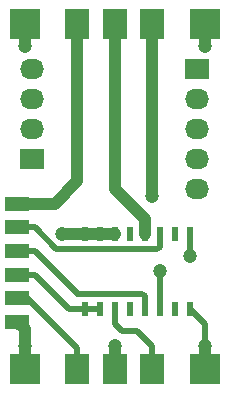
<source format=gtl>
%TF.GenerationSoftware,KiCad,Pcbnew,4.0.1-2.fc23-product*%
%TF.CreationDate,2016-03-22T23:12:51+01:00*%
%TF.ProjectId,router_board_v1,726F757465725F626F6172645F76312E,rev?*%
%TF.FileFunction,Copper,L1,Top,Signal*%
%FSLAX46Y46*%
G04 Gerber Fmt 4.6, Leading zero omitted, Abs format (unit mm)*
G04 Created by KiCad (PCBNEW 4.0.1-2.fc23-product) date Tue 22 Mar 2016 11:12:51 PM CET*
%MOMM*%
G01*
G04 APERTURE LIST*
%ADD10C,0.100000*%
%ADD11R,2.032000X1.727200*%
%ADD12O,2.032000X1.727200*%
%ADD13R,0.508000X1.143000*%
%ADD14R,2.500000X2.500000*%
%ADD15R,2.000000X2.500000*%
%ADD16R,2.000000X1.200000*%
%ADD17C,1.200000*%
%ADD18C,1.000000*%
%ADD19C,0.500000*%
G04 APERTURE END LIST*
D10*
D11*
X16510000Y27305000D03*
D12*
X16510000Y24765000D03*
X16510000Y22225000D03*
X16510000Y19685000D03*
X16510000Y17145000D03*
D13*
X15875000Y6985000D03*
X13335000Y6985000D03*
X12065000Y6985000D03*
X10795000Y6985000D03*
X9525000Y6985000D03*
X8255000Y6985000D03*
X6985000Y6985000D03*
X6985000Y13335000D03*
X8255000Y13335000D03*
X9525000Y13335000D03*
X10795000Y13335000D03*
X12065000Y13335000D03*
X13335000Y13335000D03*
X14605000Y13335000D03*
X15875000Y13335000D03*
X14605000Y6985000D03*
D14*
X1905000Y31115000D03*
D15*
X6350000Y31115000D03*
X9525000Y31115000D03*
X12700000Y31115000D03*
D14*
X17145000Y31115000D03*
X17145000Y1905000D03*
D15*
X12700000Y1905000D03*
X9525000Y1905000D03*
X6350000Y1905000D03*
D14*
X1905000Y1905000D03*
D11*
X2540000Y19685000D03*
D12*
X2540000Y22225000D03*
X2540000Y24765000D03*
X2540000Y27305000D03*
D16*
X1270000Y5875000D03*
X1270000Y7875000D03*
X1270000Y9875000D03*
X1270000Y11875000D03*
X1270000Y13875000D03*
X1270000Y15875000D03*
D17*
X5080000Y13335000D03*
X1905000Y3810000D03*
X1905000Y29210000D03*
X17145000Y3810000D03*
X17145000Y29210000D03*
X12700000Y16510000D03*
X13335000Y10160000D03*
X9525000Y3810000D03*
X15875000Y11430000D03*
D18*
X5080000Y13335000D02*
X6985000Y13335000D01*
X1905000Y3810000D02*
X1905000Y5240000D01*
X1905000Y5240000D02*
X1270000Y5875000D01*
D19*
X1270000Y5875000D02*
X1270000Y5715000D01*
D18*
X8255000Y13335000D02*
X9525000Y13335000D01*
X6985000Y13335000D02*
X8255000Y13335000D01*
X1905000Y29210000D02*
X1905000Y31115000D01*
X1905000Y3810000D02*
X1905000Y1905000D01*
D19*
X15875000Y6985000D02*
X17145000Y5715000D01*
X17145000Y5715000D02*
X17145000Y3810000D01*
D18*
X17145000Y3810000D02*
X17145000Y1905000D01*
X17145000Y29210000D02*
X17145000Y31115000D01*
X4445000Y15875000D02*
X1270000Y15875000D01*
X6350000Y17780000D02*
X4445000Y15875000D01*
X6350000Y31115000D02*
X6350000Y17780000D01*
X9525000Y31115000D02*
X9525000Y17145000D01*
X9525000Y17145000D02*
X12065000Y14605000D01*
X12065000Y14605000D02*
X12065000Y13335000D01*
X12700000Y16510000D02*
X12700000Y31115000D01*
D19*
X13335000Y6985000D02*
X13335000Y10160000D01*
X12700000Y1905000D02*
X12700000Y3810000D01*
X12700000Y3810000D02*
X11430000Y5080000D01*
X11430000Y5080000D02*
X10160000Y5080000D01*
X10160000Y5080000D02*
X9525000Y5715000D01*
X9525000Y5715000D02*
X9525000Y6985000D01*
D18*
X9525000Y3810000D02*
X9525000Y1905000D01*
D19*
X15875000Y13335000D02*
X15875000Y11430000D01*
X6350000Y1905000D02*
X6350000Y3655000D01*
X2130000Y7875000D02*
X1270000Y7875000D01*
X6350000Y3655000D02*
X2130000Y7875000D01*
X12065000Y6985000D02*
X12065000Y8056500D01*
X12065000Y8056500D02*
X11866500Y8255000D01*
X11866500Y8255000D02*
X6350000Y8255000D01*
X6350000Y8295000D02*
X2770000Y11875000D01*
X6350000Y8255000D02*
X6350000Y8295000D01*
X2770000Y11875000D02*
X1270000Y11875000D01*
X1270000Y13875000D02*
X2770000Y13875000D01*
X4580000Y12065000D02*
X13136500Y12065000D01*
X2770000Y13875000D02*
X4580000Y12065000D01*
X13136500Y12065000D02*
X13335000Y12263500D01*
X13335000Y12263500D02*
X13335000Y13335000D01*
X6985000Y6985000D02*
X8255000Y6985000D01*
X5660000Y6985000D02*
X6985000Y6985000D01*
X1270000Y9875000D02*
X2770000Y9875000D01*
X2770000Y9875000D02*
X5660000Y6985000D01*
M02*

</source>
